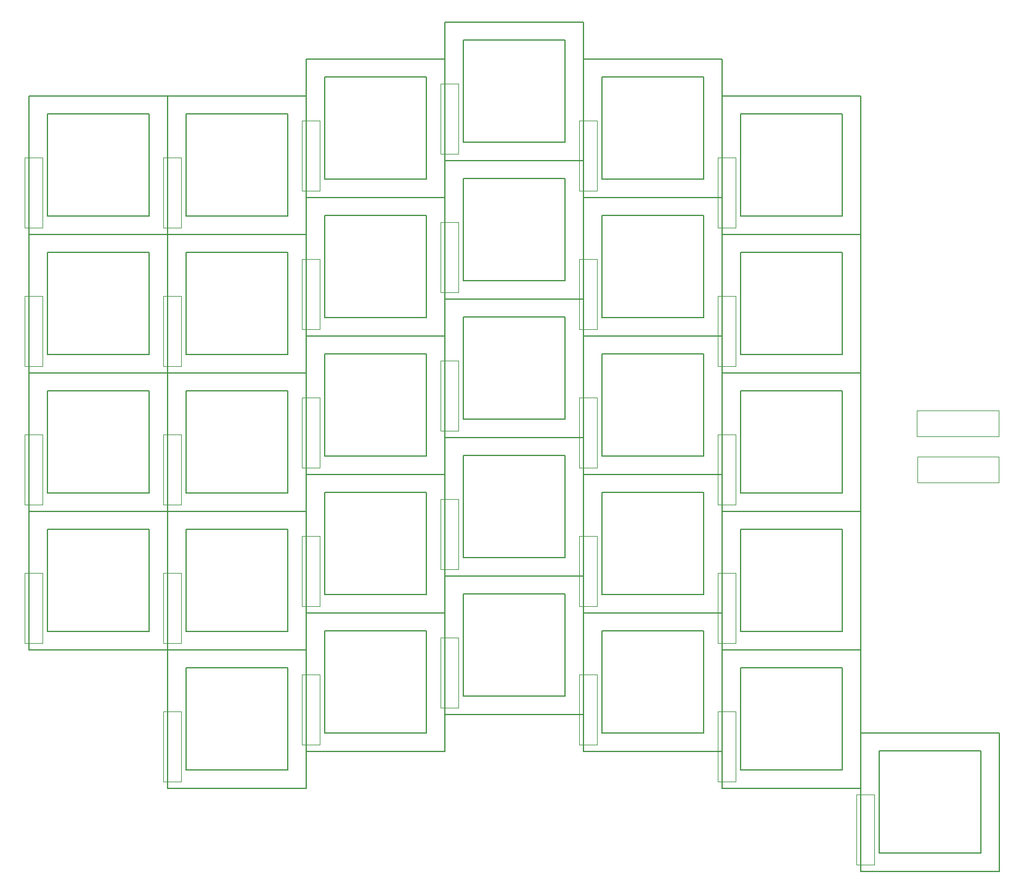
<source format=gbr>
%TF.GenerationSoftware,KiCad,Pcbnew,(5.1.9)-1*%
%TF.CreationDate,2021-03-27T16:34:22+07:00*%
%TF.ProjectId,LetsSplit256,4c657473-5370-46c6-9974-3235362e6b69,rev?*%
%TF.SameCoordinates,Original*%
%TF.FileFunction,Other,User*%
%FSLAX46Y46*%
G04 Gerber Fmt 4.6, Leading zero omitted, Abs format (unit mm)*
G04 Created by KiCad (PCBNEW (5.1.9)-1) date 2021-03-27 16:34:22*
%MOMM*%
%LPD*%
G01*
G04 APERTURE LIST*
%ADD10C,0.050000*%
%ADD11C,0.150000*%
G04 APERTURE END LIST*
D10*
%TO.C,JL1*%
X148060000Y-83080000D02*
X159260000Y-83080000D01*
X159260000Y-83080000D02*
X159260000Y-79480000D01*
X159260000Y-79480000D02*
X148060000Y-79480000D01*
X148060000Y-79480000D02*
X148060000Y-83080000D01*
%TO.C,JL2*%
X159280000Y-85830000D02*
X148080000Y-85830000D01*
X148080000Y-85830000D02*
X148080000Y-89430000D01*
X148080000Y-89430000D02*
X159280000Y-89430000D01*
X159280000Y-89430000D02*
X159280000Y-85830000D01*
D11*
%TO.C,KLZ1*%
X47610000Y-95870000D02*
X47610000Y-109870000D01*
X47610000Y-109870000D02*
X61610000Y-109870000D01*
X61610000Y-109870000D02*
X61610000Y-95870000D01*
X61610000Y-95870000D02*
X47610000Y-95870000D01*
X45085000Y-93345000D02*
X64135000Y-93345000D01*
X64135000Y-93345000D02*
X64135000Y-112395000D01*
X64135000Y-112395000D02*
X45085000Y-112395000D01*
X45085000Y-112395000D02*
X45085000Y-93345000D01*
%TO.C,KLX1*%
X66660000Y-90790000D02*
X66660000Y-104790000D01*
X66660000Y-104790000D02*
X80660000Y-104790000D01*
X80660000Y-104790000D02*
X80660000Y-90790000D01*
X80660000Y-90790000D02*
X66660000Y-90790000D01*
X64135000Y-88265000D02*
X83185000Y-88265000D01*
X83185000Y-88265000D02*
X83185000Y-107315000D01*
X83185000Y-107315000D02*
X64135000Y-107315000D01*
X64135000Y-107315000D02*
X64135000Y-88265000D01*
%TO.C,KLW1*%
X66660000Y-52690000D02*
X66660000Y-66690000D01*
X66660000Y-66690000D02*
X80660000Y-66690000D01*
X80660000Y-66690000D02*
X80660000Y-52690000D01*
X80660000Y-52690000D02*
X66660000Y-52690000D01*
X64135000Y-50165000D02*
X83185000Y-50165000D01*
X83185000Y-50165000D02*
X83185000Y-69215000D01*
X83185000Y-69215000D02*
X64135000Y-69215000D01*
X64135000Y-69215000D02*
X64135000Y-50165000D01*
%TO.C,KLV1*%
X104760000Y-90790000D02*
X104760000Y-104790000D01*
X104760000Y-104790000D02*
X118760000Y-104790000D01*
X118760000Y-104790000D02*
X118760000Y-90790000D01*
X118760000Y-90790000D02*
X104760000Y-90790000D01*
X102235000Y-88265000D02*
X121285000Y-88265000D01*
X121285000Y-88265000D02*
X121285000Y-107315000D01*
X121285000Y-107315000D02*
X102235000Y-107315000D01*
X102235000Y-107315000D02*
X102235000Y-88265000D01*
%TO.C,KLR1*%
X104760000Y-52690000D02*
X104760000Y-66690000D01*
X104760000Y-66690000D02*
X118760000Y-66690000D01*
X118760000Y-66690000D02*
X118760000Y-52690000D01*
X118760000Y-52690000D02*
X104760000Y-52690000D01*
X102235000Y-50165000D02*
X121285000Y-50165000D01*
X121285000Y-50165000D02*
X121285000Y-69215000D01*
X121285000Y-69215000D02*
X102235000Y-69215000D01*
X102235000Y-69215000D02*
X102235000Y-50165000D01*
%TO.C,KLQ1*%
X47610000Y-57770000D02*
X47610000Y-71770000D01*
X47610000Y-71770000D02*
X61610000Y-71770000D01*
X61610000Y-71770000D02*
X61610000Y-57770000D01*
X61610000Y-57770000D02*
X47610000Y-57770000D01*
X45085000Y-55245000D02*
X64135000Y-55245000D01*
X64135000Y-55245000D02*
X64135000Y-74295000D01*
X64135000Y-74295000D02*
X45085000Y-74295000D01*
X45085000Y-74295000D02*
X45085000Y-55245000D01*
%TO.C,KLFunc65*%
X140335000Y-142875000D02*
X140335000Y-123825000D01*
X159385000Y-142875000D02*
X140335000Y-142875000D01*
X159385000Y-123825000D02*
X159385000Y-142875000D01*
X140335000Y-123825000D02*
X159385000Y-123825000D01*
X156860000Y-126350000D02*
X142860000Y-126350000D01*
X156860000Y-140350000D02*
X156860000Y-126350000D01*
X142860000Y-140350000D02*
X156860000Y-140350000D01*
X142860000Y-126350000D02*
X142860000Y-140350000D01*
%TO.C,KLFunc55*%
X123810000Y-114920000D02*
X123810000Y-128920000D01*
X123810000Y-128920000D02*
X137810000Y-128920000D01*
X137810000Y-128920000D02*
X137810000Y-114920000D01*
X137810000Y-114920000D02*
X123810000Y-114920000D01*
X121285000Y-112395000D02*
X140335000Y-112395000D01*
X140335000Y-112395000D02*
X140335000Y-131445000D01*
X140335000Y-131445000D02*
X121285000Y-131445000D01*
X121285000Y-131445000D02*
X121285000Y-112395000D01*
%TO.C,KLFunc35*%
X85710000Y-104760000D02*
X85710000Y-118760000D01*
X85710000Y-118760000D02*
X99710000Y-118760000D01*
X99710000Y-118760000D02*
X99710000Y-104760000D01*
X99710000Y-104760000D02*
X85710000Y-104760000D01*
X83185000Y-102235000D02*
X102235000Y-102235000D01*
X102235000Y-102235000D02*
X102235000Y-121285000D01*
X102235000Y-121285000D02*
X83185000Y-121285000D01*
X83185000Y-121285000D02*
X83185000Y-102235000D01*
%TO.C,KLFunc25*%
X66660000Y-109840000D02*
X66660000Y-123840000D01*
X66660000Y-123840000D02*
X80660000Y-123840000D01*
X80660000Y-123840000D02*
X80660000Y-109840000D01*
X80660000Y-109840000D02*
X66660000Y-109840000D01*
X64135000Y-107315000D02*
X83185000Y-107315000D01*
X83185000Y-107315000D02*
X83185000Y-126365000D01*
X83185000Y-126365000D02*
X64135000Y-126365000D01*
X64135000Y-126365000D02*
X64135000Y-107315000D01*
%TO.C,KLFunc15*%
X47610000Y-114920000D02*
X47610000Y-128920000D01*
X47610000Y-128920000D02*
X61610000Y-128920000D01*
X61610000Y-128920000D02*
X61610000Y-114920000D01*
X61610000Y-114920000D02*
X47610000Y-114920000D01*
X45085000Y-112395000D02*
X64135000Y-112395000D01*
X64135000Y-112395000D02*
X64135000Y-131445000D01*
X64135000Y-131445000D02*
X45085000Y-131445000D01*
X45085000Y-131445000D02*
X45085000Y-112395000D01*
%TO.C,KLFunc14*%
X28560000Y-95870000D02*
X28560000Y-109870000D01*
X28560000Y-109870000D02*
X42560000Y-109870000D01*
X42560000Y-109870000D02*
X42560000Y-95870000D01*
X42560000Y-95870000D02*
X28560000Y-95870000D01*
X26035000Y-93345000D02*
X45085000Y-93345000D01*
X45085000Y-93345000D02*
X45085000Y-112395000D01*
X45085000Y-112395000D02*
X26035000Y-112395000D01*
X26035000Y-112395000D02*
X26035000Y-93345000D01*
%TO.C,KLFunc13*%
X28560000Y-76820000D02*
X28560000Y-90820000D01*
X28560000Y-90820000D02*
X42560000Y-90820000D01*
X42560000Y-90820000D02*
X42560000Y-76820000D01*
X42560000Y-76820000D02*
X28560000Y-76820000D01*
X26035000Y-74295000D02*
X45085000Y-74295000D01*
X45085000Y-74295000D02*
X45085000Y-93345000D01*
X45085000Y-93345000D02*
X26035000Y-93345000D01*
X26035000Y-93345000D02*
X26035000Y-74295000D01*
%TO.C,KLFunc12*%
X28560000Y-57770000D02*
X28560000Y-71770000D01*
X28560000Y-71770000D02*
X42560000Y-71770000D01*
X42560000Y-71770000D02*
X42560000Y-57770000D01*
X42560000Y-57770000D02*
X28560000Y-57770000D01*
X26035000Y-55245000D02*
X45085000Y-55245000D01*
X45085000Y-55245000D02*
X45085000Y-74295000D01*
X45085000Y-74295000D02*
X26035000Y-74295000D01*
X26035000Y-74295000D02*
X26035000Y-55245000D01*
%TO.C,KLFunc11*%
X28560000Y-38720000D02*
X28560000Y-52720000D01*
X28560000Y-52720000D02*
X42560000Y-52720000D01*
X42560000Y-52720000D02*
X42560000Y-38720000D01*
X42560000Y-38720000D02*
X28560000Y-38720000D01*
X26035000Y-36195000D02*
X45085000Y-36195000D01*
X45085000Y-36195000D02*
X45085000Y-55245000D01*
X45085000Y-55245000D02*
X26035000Y-55245000D01*
X26035000Y-55245000D02*
X26035000Y-36195000D01*
%TO.C,KLF1*%
X104760000Y-71740000D02*
X104760000Y-85740000D01*
X104760000Y-85740000D02*
X118760000Y-85740000D01*
X118760000Y-85740000D02*
X118760000Y-71740000D01*
X118760000Y-71740000D02*
X104760000Y-71740000D01*
X102235000Y-69215000D02*
X121285000Y-69215000D01*
X121285000Y-69215000D02*
X121285000Y-88265000D01*
X121285000Y-88265000D02*
X102235000Y-88265000D01*
X102235000Y-88265000D02*
X102235000Y-69215000D01*
%TO.C,KLE1*%
X85710000Y-47610000D02*
X85710000Y-61610000D01*
X85710000Y-61610000D02*
X99710000Y-61610000D01*
X99710000Y-61610000D02*
X99710000Y-47610000D01*
X99710000Y-47610000D02*
X85710000Y-47610000D01*
X83185000Y-45085000D02*
X102235000Y-45085000D01*
X102235000Y-45085000D02*
X102235000Y-64135000D01*
X102235000Y-64135000D02*
X83185000Y-64135000D01*
X83185000Y-64135000D02*
X83185000Y-45085000D01*
%TO.C,KLD1*%
X85710000Y-66660000D02*
X85710000Y-80660000D01*
X85710000Y-80660000D02*
X99710000Y-80660000D01*
X99710000Y-80660000D02*
X99710000Y-66660000D01*
X99710000Y-66660000D02*
X85710000Y-66660000D01*
X83185000Y-64135000D02*
X102235000Y-64135000D01*
X102235000Y-64135000D02*
X102235000Y-83185000D01*
X102235000Y-83185000D02*
X83185000Y-83185000D01*
X83185000Y-83185000D02*
X83185000Y-64135000D01*
%TO.C,KLC1*%
X85710000Y-85710000D02*
X85710000Y-99710000D01*
X85710000Y-99710000D02*
X99710000Y-99710000D01*
X99710000Y-99710000D02*
X99710000Y-85710000D01*
X99710000Y-85710000D02*
X85710000Y-85710000D01*
X83185000Y-83185000D02*
X102235000Y-83185000D01*
X102235000Y-83185000D02*
X102235000Y-102235000D01*
X102235000Y-102235000D02*
X83185000Y-102235000D01*
X83185000Y-102235000D02*
X83185000Y-83185000D01*
%TO.C,KLB1*%
X123810000Y-95870000D02*
X123810000Y-109870000D01*
X123810000Y-109870000D02*
X137810000Y-109870000D01*
X137810000Y-109870000D02*
X137810000Y-95870000D01*
X137810000Y-95870000D02*
X123810000Y-95870000D01*
X121285000Y-93345000D02*
X140335000Y-93345000D01*
X140335000Y-93345000D02*
X140335000Y-112395000D01*
X140335000Y-112395000D02*
X121285000Y-112395000D01*
X121285000Y-112395000D02*
X121285000Y-93345000D01*
%TO.C,KLA1*%
X47610000Y-76820000D02*
X47610000Y-90820000D01*
X47610000Y-90820000D02*
X61610000Y-90820000D01*
X61610000Y-90820000D02*
X61610000Y-76820000D01*
X61610000Y-76820000D02*
X47610000Y-76820000D01*
X45085000Y-74295000D02*
X64135000Y-74295000D01*
X64135000Y-74295000D02*
X64135000Y-93345000D01*
X64135000Y-93345000D02*
X45085000Y-93345000D01*
X45085000Y-93345000D02*
X45085000Y-74295000D01*
%TO.C,KL4*%
X104760000Y-33640000D02*
X104760000Y-47640000D01*
X104760000Y-47640000D02*
X118760000Y-47640000D01*
X118760000Y-47640000D02*
X118760000Y-33640000D01*
X118760000Y-33640000D02*
X104760000Y-33640000D01*
X102235000Y-31115000D02*
X121285000Y-31115000D01*
X121285000Y-31115000D02*
X121285000Y-50165000D01*
X121285000Y-50165000D02*
X102235000Y-50165000D01*
X102235000Y-50165000D02*
X102235000Y-31115000D01*
%TO.C,KL3*%
X85710000Y-28560000D02*
X85710000Y-42560000D01*
X85710000Y-42560000D02*
X99710000Y-42560000D01*
X99710000Y-42560000D02*
X99710000Y-28560000D01*
X99710000Y-28560000D02*
X85710000Y-28560000D01*
X83185000Y-26035000D02*
X102235000Y-26035000D01*
X102235000Y-26035000D02*
X102235000Y-45085000D01*
X102235000Y-45085000D02*
X83185000Y-45085000D01*
X83185000Y-45085000D02*
X83185000Y-26035000D01*
%TO.C,KL2*%
X66660000Y-33640000D02*
X66660000Y-47640000D01*
X66660000Y-47640000D02*
X80660000Y-47640000D01*
X80660000Y-47640000D02*
X80660000Y-33640000D01*
X80660000Y-33640000D02*
X66660000Y-33640000D01*
X64135000Y-31115000D02*
X83185000Y-31115000D01*
X83185000Y-31115000D02*
X83185000Y-50165000D01*
X83185000Y-50165000D02*
X64135000Y-50165000D01*
X64135000Y-50165000D02*
X64135000Y-31115000D01*
%TO.C,KL1*%
X47610000Y-38720000D02*
X47610000Y-52720000D01*
X47610000Y-52720000D02*
X61610000Y-52720000D01*
X61610000Y-52720000D02*
X61610000Y-38720000D01*
X61610000Y-38720000D02*
X47610000Y-38720000D01*
X45085000Y-36195000D02*
X64135000Y-36195000D01*
X64135000Y-36195000D02*
X64135000Y-55245000D01*
X64135000Y-55245000D02*
X45085000Y-55245000D01*
X45085000Y-55245000D02*
X45085000Y-36195000D01*
%TO.C,KLS1*%
X66660000Y-71740000D02*
X66660000Y-85740000D01*
X66660000Y-85740000D02*
X80660000Y-85740000D01*
X80660000Y-85740000D02*
X80660000Y-71740000D01*
X80660000Y-71740000D02*
X66660000Y-71740000D01*
X64135000Y-69215000D02*
X83185000Y-69215000D01*
X83185000Y-69215000D02*
X83185000Y-88265000D01*
X83185000Y-88265000D02*
X64135000Y-88265000D01*
X64135000Y-88265000D02*
X64135000Y-69215000D01*
%TO.C,KLFunc45*%
X104760000Y-109840000D02*
X104760000Y-123840000D01*
X104760000Y-123840000D02*
X118760000Y-123840000D01*
X118760000Y-123840000D02*
X118760000Y-109840000D01*
X118760000Y-109840000D02*
X104760000Y-109840000D01*
X102235000Y-107315000D02*
X121285000Y-107315000D01*
X121285000Y-107315000D02*
X121285000Y-126365000D01*
X121285000Y-126365000D02*
X102235000Y-126365000D01*
X102235000Y-126365000D02*
X102235000Y-107315000D01*
%TO.C,KLT1*%
X123810000Y-57770000D02*
X123810000Y-71770000D01*
X123810000Y-71770000D02*
X137810000Y-71770000D01*
X137810000Y-71770000D02*
X137810000Y-57770000D01*
X137810000Y-57770000D02*
X123810000Y-57770000D01*
X121285000Y-55245000D02*
X140335000Y-55245000D01*
X140335000Y-55245000D02*
X140335000Y-74295000D01*
X140335000Y-74295000D02*
X121285000Y-74295000D01*
X121285000Y-74295000D02*
X121285000Y-55245000D01*
%TO.C,KL5*%
X123810000Y-38720000D02*
X123810000Y-52720000D01*
X123810000Y-52720000D02*
X137810000Y-52720000D01*
X137810000Y-52720000D02*
X137810000Y-38720000D01*
X137810000Y-38720000D02*
X123810000Y-38720000D01*
X121285000Y-36195000D02*
X140335000Y-36195000D01*
X140335000Y-36195000D02*
X140335000Y-55245000D01*
X140335000Y-55245000D02*
X121285000Y-55245000D01*
X121285000Y-55245000D02*
X121285000Y-36195000D01*
%TO.C,KLG1*%
X123810000Y-76820000D02*
X123810000Y-90820000D01*
X123810000Y-90820000D02*
X137810000Y-90820000D01*
X137810000Y-90820000D02*
X137810000Y-76820000D01*
X137810000Y-76820000D02*
X123810000Y-76820000D01*
X121285000Y-74295000D02*
X140335000Y-74295000D01*
X140335000Y-74295000D02*
X140335000Y-93345000D01*
X140335000Y-93345000D02*
X121285000Y-93345000D01*
X121285000Y-93345000D02*
X121285000Y-74295000D01*
D10*
%TO.C,DL65*%
X139720000Y-132300000D02*
X139720000Y-142020000D01*
X142220000Y-132300000D02*
X139720000Y-132300000D01*
X142220000Y-142020000D02*
X142220000Y-132300000D01*
X139720000Y-142020000D02*
X142220000Y-142020000D01*
%TO.C,DL64*%
X120670000Y-111540000D02*
X123170000Y-111540000D01*
X123170000Y-111540000D02*
X123170000Y-101820000D01*
X123170000Y-101820000D02*
X120670000Y-101820000D01*
X120670000Y-101820000D02*
X120670000Y-111540000D01*
%TO.C,DL63*%
X120670000Y-82770000D02*
X120670000Y-92490000D01*
X123170000Y-82770000D02*
X120670000Y-82770000D01*
X123170000Y-92490000D02*
X123170000Y-82770000D01*
X120670000Y-92490000D02*
X123170000Y-92490000D01*
%TO.C,DL62*%
X120670000Y-63720000D02*
X120670000Y-73440000D01*
X123170000Y-63720000D02*
X120670000Y-63720000D01*
X123170000Y-73440000D02*
X123170000Y-63720000D01*
X120670000Y-73440000D02*
X123170000Y-73440000D01*
%TO.C,DL61*%
X120670000Y-44670000D02*
X120670000Y-54390000D01*
X123170000Y-44670000D02*
X120670000Y-44670000D01*
X123170000Y-54390000D02*
X123170000Y-44670000D01*
X120670000Y-54390000D02*
X123170000Y-54390000D01*
%TO.C,DL55*%
X120670000Y-130590000D02*
X123170000Y-130590000D01*
X123170000Y-130590000D02*
X123170000Y-120870000D01*
X123170000Y-120870000D02*
X120670000Y-120870000D01*
X120670000Y-120870000D02*
X120670000Y-130590000D01*
%TO.C,DL54*%
X101620000Y-96740000D02*
X101620000Y-106460000D01*
X104120000Y-96740000D02*
X101620000Y-96740000D01*
X104120000Y-106460000D02*
X104120000Y-96740000D01*
X101620000Y-106460000D02*
X104120000Y-106460000D01*
%TO.C,DL53*%
X101620000Y-87410000D02*
X104120000Y-87410000D01*
X104120000Y-87410000D02*
X104120000Y-77690000D01*
X104120000Y-77690000D02*
X101620000Y-77690000D01*
X101620000Y-77690000D02*
X101620000Y-87410000D01*
%TO.C,DL52*%
X101620000Y-68360000D02*
X104120000Y-68360000D01*
X104120000Y-68360000D02*
X104120000Y-58640000D01*
X104120000Y-58640000D02*
X101620000Y-58640000D01*
X101620000Y-58640000D02*
X101620000Y-68360000D01*
%TO.C,DL51*%
X101620000Y-49310000D02*
X104120000Y-49310000D01*
X104120000Y-49310000D02*
X104120000Y-39590000D01*
X104120000Y-39590000D02*
X101620000Y-39590000D01*
X101620000Y-39590000D02*
X101620000Y-49310000D01*
%TO.C,DL45*%
X101620000Y-115790000D02*
X101620000Y-125510000D01*
X104120000Y-115790000D02*
X101620000Y-115790000D01*
X104120000Y-125510000D02*
X104120000Y-115790000D01*
X101620000Y-125510000D02*
X104120000Y-125510000D01*
%TO.C,DL44*%
X82570000Y-101380000D02*
X85070000Y-101380000D01*
X85070000Y-101380000D02*
X85070000Y-91660000D01*
X85070000Y-91660000D02*
X82570000Y-91660000D01*
X82570000Y-91660000D02*
X82570000Y-101380000D01*
%TO.C,DL43*%
X82570000Y-72610000D02*
X82570000Y-82330000D01*
X85070000Y-72610000D02*
X82570000Y-72610000D01*
X85070000Y-82330000D02*
X85070000Y-72610000D01*
X82570000Y-82330000D02*
X85070000Y-82330000D01*
%TO.C,DL42*%
X82570000Y-53560000D02*
X82570000Y-63280000D01*
X85070000Y-53560000D02*
X82570000Y-53560000D01*
X85070000Y-63280000D02*
X85070000Y-53560000D01*
X82570000Y-63280000D02*
X85070000Y-63280000D01*
%TO.C,DL41*%
X82570000Y-34510000D02*
X82570000Y-44230000D01*
X85070000Y-34510000D02*
X82570000Y-34510000D01*
X85070000Y-44230000D02*
X85070000Y-34510000D01*
X82570000Y-44230000D02*
X85070000Y-44230000D01*
%TO.C,DL35*%
X82570000Y-120430000D02*
X85070000Y-120430000D01*
X85070000Y-120430000D02*
X85070000Y-110710000D01*
X85070000Y-110710000D02*
X82570000Y-110710000D01*
X82570000Y-110710000D02*
X82570000Y-120430000D01*
%TO.C,DL34*%
X63520000Y-96740000D02*
X63520000Y-106460000D01*
X66020000Y-96740000D02*
X63520000Y-96740000D01*
X66020000Y-106460000D02*
X66020000Y-96740000D01*
X63520000Y-106460000D02*
X66020000Y-106460000D01*
%TO.C,DL33*%
X63520000Y-87410000D02*
X66020000Y-87410000D01*
X66020000Y-87410000D02*
X66020000Y-77690000D01*
X66020000Y-77690000D02*
X63520000Y-77690000D01*
X63520000Y-77690000D02*
X63520000Y-87410000D01*
%TO.C,DL32*%
X63520000Y-68360000D02*
X66020000Y-68360000D01*
X66020000Y-68360000D02*
X66020000Y-58640000D01*
X66020000Y-58640000D02*
X63520000Y-58640000D01*
X63520000Y-58640000D02*
X63520000Y-68360000D01*
%TO.C,DL31*%
X63520000Y-49310000D02*
X66020000Y-49310000D01*
X66020000Y-49310000D02*
X66020000Y-39590000D01*
X66020000Y-39590000D02*
X63520000Y-39590000D01*
X63520000Y-39590000D02*
X63520000Y-49310000D01*
%TO.C,DL25*%
X63520000Y-115790000D02*
X63520000Y-125510000D01*
X66020000Y-115790000D02*
X63520000Y-115790000D01*
X66020000Y-125510000D02*
X66020000Y-115790000D01*
X63520000Y-125510000D02*
X66020000Y-125510000D01*
%TO.C,DL24*%
X44470000Y-111540000D02*
X46970000Y-111540000D01*
X46970000Y-111540000D02*
X46970000Y-101820000D01*
X46970000Y-101820000D02*
X44470000Y-101820000D01*
X44470000Y-101820000D02*
X44470000Y-111540000D01*
%TO.C,DL23*%
X44470000Y-82770000D02*
X44470000Y-92490000D01*
X46970000Y-82770000D02*
X44470000Y-82770000D01*
X46970000Y-92490000D02*
X46970000Y-82770000D01*
X44470000Y-92490000D02*
X46970000Y-92490000D01*
%TO.C,DL22*%
X44470000Y-73440000D02*
X46970000Y-73440000D01*
X46970000Y-73440000D02*
X46970000Y-63720000D01*
X46970000Y-63720000D02*
X44470000Y-63720000D01*
X44470000Y-63720000D02*
X44470000Y-73440000D01*
%TO.C,DL21*%
X44470000Y-44670000D02*
X44470000Y-54390000D01*
X46970000Y-44670000D02*
X44470000Y-44670000D01*
X46970000Y-54390000D02*
X46970000Y-44670000D01*
X44470000Y-54390000D02*
X46970000Y-54390000D01*
%TO.C,DL15*%
X44470000Y-130590000D02*
X46970000Y-130590000D01*
X46970000Y-130590000D02*
X46970000Y-120870000D01*
X46970000Y-120870000D02*
X44470000Y-120870000D01*
X44470000Y-120870000D02*
X44470000Y-130590000D01*
%TO.C,DL14*%
X25420000Y-111540000D02*
X27920000Y-111540000D01*
X27920000Y-111540000D02*
X27920000Y-101820000D01*
X27920000Y-101820000D02*
X25420000Y-101820000D01*
X25420000Y-101820000D02*
X25420000Y-111540000D01*
%TO.C,DL13*%
X25420000Y-82770000D02*
X25420000Y-92490000D01*
X27920000Y-82770000D02*
X25420000Y-82770000D01*
X27920000Y-92490000D02*
X27920000Y-82770000D01*
X25420000Y-92490000D02*
X27920000Y-92490000D01*
%TO.C,DL12*%
X25420000Y-63720000D02*
X25420000Y-73440000D01*
X27920000Y-63720000D02*
X25420000Y-63720000D01*
X27920000Y-73440000D02*
X27920000Y-63720000D01*
X25420000Y-73440000D02*
X27920000Y-73440000D01*
%TO.C,DL11*%
X25420000Y-54390000D02*
X27920000Y-54390000D01*
X27920000Y-54390000D02*
X27920000Y-44670000D01*
X27920000Y-44670000D02*
X25420000Y-44670000D01*
X25420000Y-44670000D02*
X25420000Y-54390000D01*
%TD*%
M02*

</source>
